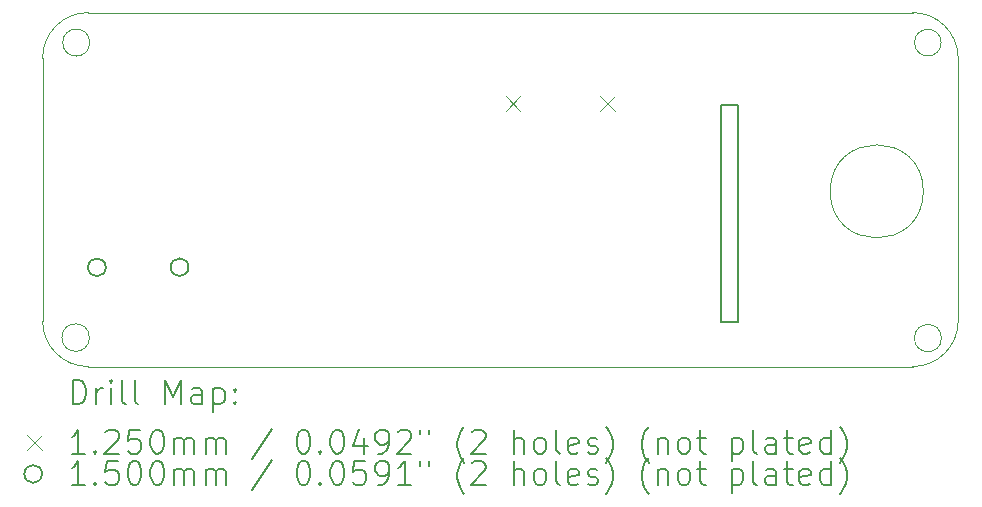
<source format=gbr>
%TF.GenerationSoftware,KiCad,Pcbnew,8.0.5-8.0.5-0~ubuntu22.04.1*%
%TF.CreationDate,2024-11-26T13:48:24+00:00*%
%TF.ProjectId,numcalcium,6e756d63-616c-4636-9975-6d2e6b696361,rev?*%
%TF.SameCoordinates,Original*%
%TF.FileFunction,Drillmap*%
%TF.FilePolarity,Positive*%
%FSLAX45Y45*%
G04 Gerber Fmt 4.5, Leading zero omitted, Abs format (unit mm)*
G04 Created by KiCad (PCBNEW 8.0.5-8.0.5-0~ubuntu22.04.1) date 2024-11-26 13:48:24*
%MOMM*%
%LPD*%
G01*
G04 APERTURE LIST*
%ADD10C,0.100000*%
%ADD11C,0.150000*%
%ADD12C,0.200000*%
%ADD13C,0.125000*%
G04 APERTURE END LIST*
D10*
X352045Y3149424D02*
G75*
G02*
X123214Y3149424I-114416J0D01*
G01*
X123214Y3149424D02*
G75*
G02*
X352045Y3149424I114416J0D01*
G01*
X348832Y651814D02*
G75*
G02*
X115950Y651814I-116441J0D01*
G01*
X115950Y651814D02*
G75*
G02*
X348832Y651814I116441J0D01*
G01*
X7704760Y792480D02*
G75*
G02*
X7318505Y406224I-386270J14D01*
G01*
X7318505Y3403424D02*
X338760Y3403424D01*
X338760Y406224D02*
G75*
G02*
X-47495Y792480I-1J386255D01*
G01*
D11*
X5699538Y2621280D02*
X5839238Y2621280D01*
X5839238Y787400D01*
X5699538Y787400D01*
X5699538Y2621280D01*
D10*
X7318505Y3403424D02*
G75*
G02*
X7704754Y3017169I5J-386244D01*
G01*
X7409528Y1889760D02*
G75*
G02*
X6621172Y1889760I-394178J0D01*
G01*
X6621172Y1889760D02*
G75*
G02*
X7409528Y1889760I394178J0D01*
G01*
X7704760Y3017169D02*
X7704760Y792480D01*
X7559805Y3149424D02*
G75*
G02*
X7335153Y3149424I-112326J0D01*
G01*
X7335153Y3149424D02*
G75*
G02*
X7559805Y3149424I112326J0D01*
G01*
X7318505Y406224D02*
X338760Y406224D01*
X-47495Y3017169D02*
G75*
G02*
X338760Y3403424I386255J0D01*
G01*
X-47495Y3017169D02*
X-47495Y792480D01*
X7562970Y647524D02*
G75*
G02*
X7333295Y647524I-114837J0D01*
G01*
X7333295Y647524D02*
G75*
G02*
X7562970Y647524I114837J0D01*
G01*
D12*
D13*
X3872900Y2699020D02*
X3997900Y2574020D01*
X3997900Y2699020D02*
X3872900Y2574020D01*
X4670900Y2699020D02*
X4795900Y2574020D01*
X4795900Y2699020D02*
X4670900Y2574020D01*
D11*
X487520Y1247020D02*
G75*
G02*
X337520Y1247020I-75000J0D01*
G01*
X337520Y1247020D02*
G75*
G02*
X487520Y1247020I75000J0D01*
G01*
X1187520Y1247020D02*
G75*
G02*
X1037520Y1247020I-75000J0D01*
G01*
X1037520Y1247020D02*
G75*
G02*
X1187520Y1247020I75000J0D01*
G01*
D12*
X208281Y89740D02*
X208281Y289740D01*
X208281Y289740D02*
X255900Y289740D01*
X255900Y289740D02*
X284472Y280217D01*
X284472Y280217D02*
X303520Y261169D01*
X303520Y261169D02*
X313043Y242121D01*
X313043Y242121D02*
X322567Y204026D01*
X322567Y204026D02*
X322567Y175455D01*
X322567Y175455D02*
X313043Y137360D01*
X313043Y137360D02*
X303520Y118312D01*
X303520Y118312D02*
X284472Y99264D01*
X284472Y99264D02*
X255900Y89740D01*
X255900Y89740D02*
X208281Y89740D01*
X408281Y89740D02*
X408281Y223074D01*
X408281Y184978D02*
X417805Y204026D01*
X417805Y204026D02*
X427329Y213550D01*
X427329Y213550D02*
X446377Y223074D01*
X446377Y223074D02*
X465424Y223074D01*
X532091Y89740D02*
X532091Y223074D01*
X532091Y289740D02*
X522567Y280217D01*
X522567Y280217D02*
X532091Y270693D01*
X532091Y270693D02*
X541615Y280217D01*
X541615Y280217D02*
X532091Y289740D01*
X532091Y289740D02*
X532091Y270693D01*
X655901Y89740D02*
X636853Y99264D01*
X636853Y99264D02*
X627329Y118312D01*
X627329Y118312D02*
X627329Y289740D01*
X760662Y89740D02*
X741615Y99264D01*
X741615Y99264D02*
X732091Y118312D01*
X732091Y118312D02*
X732091Y289740D01*
X989234Y89740D02*
X989234Y289740D01*
X989234Y289740D02*
X1055901Y146883D01*
X1055901Y146883D02*
X1122567Y289740D01*
X1122567Y289740D02*
X1122567Y89740D01*
X1303520Y89740D02*
X1303520Y194502D01*
X1303520Y194502D02*
X1293996Y213550D01*
X1293996Y213550D02*
X1274948Y223074D01*
X1274948Y223074D02*
X1236853Y223074D01*
X1236853Y223074D02*
X1217805Y213550D01*
X1303520Y99264D02*
X1284472Y89740D01*
X1284472Y89740D02*
X1236853Y89740D01*
X1236853Y89740D02*
X1217805Y99264D01*
X1217805Y99264D02*
X1208282Y118312D01*
X1208282Y118312D02*
X1208282Y137360D01*
X1208282Y137360D02*
X1217805Y156407D01*
X1217805Y156407D02*
X1236853Y165931D01*
X1236853Y165931D02*
X1284472Y165931D01*
X1284472Y165931D02*
X1303520Y175455D01*
X1398758Y223074D02*
X1398758Y23074D01*
X1398758Y213550D02*
X1417805Y223074D01*
X1417805Y223074D02*
X1455901Y223074D01*
X1455901Y223074D02*
X1474948Y213550D01*
X1474948Y213550D02*
X1484472Y204026D01*
X1484472Y204026D02*
X1493996Y184978D01*
X1493996Y184978D02*
X1493996Y127836D01*
X1493996Y127836D02*
X1484472Y108788D01*
X1484472Y108788D02*
X1474948Y99264D01*
X1474948Y99264D02*
X1455901Y89740D01*
X1455901Y89740D02*
X1417805Y89740D01*
X1417805Y89740D02*
X1398758Y99264D01*
X1579710Y108788D02*
X1589234Y99264D01*
X1589234Y99264D02*
X1579710Y89740D01*
X1579710Y89740D02*
X1570186Y99264D01*
X1570186Y99264D02*
X1579710Y108788D01*
X1579710Y108788D02*
X1579710Y89740D01*
X1579710Y213550D02*
X1589234Y204026D01*
X1589234Y204026D02*
X1579710Y194502D01*
X1579710Y194502D02*
X1570186Y204026D01*
X1570186Y204026D02*
X1579710Y213550D01*
X1579710Y213550D02*
X1579710Y194502D01*
D13*
X-177495Y-176276D02*
X-52495Y-301276D01*
X-52495Y-176276D02*
X-177495Y-301276D01*
D12*
X313043Y-330260D02*
X198758Y-330260D01*
X255900Y-330260D02*
X255900Y-130259D01*
X255900Y-130259D02*
X236853Y-158831D01*
X236853Y-158831D02*
X217805Y-177878D01*
X217805Y-177878D02*
X198758Y-187402D01*
X398758Y-311212D02*
X408281Y-320736D01*
X408281Y-320736D02*
X398758Y-330260D01*
X398758Y-330260D02*
X389234Y-320736D01*
X389234Y-320736D02*
X398758Y-311212D01*
X398758Y-311212D02*
X398758Y-330260D01*
X484472Y-149307D02*
X493996Y-139783D01*
X493996Y-139783D02*
X513043Y-130259D01*
X513043Y-130259D02*
X560663Y-130259D01*
X560663Y-130259D02*
X579710Y-139783D01*
X579710Y-139783D02*
X589234Y-149307D01*
X589234Y-149307D02*
X598758Y-168355D01*
X598758Y-168355D02*
X598758Y-187402D01*
X598758Y-187402D02*
X589234Y-215974D01*
X589234Y-215974D02*
X474948Y-330260D01*
X474948Y-330260D02*
X598758Y-330260D01*
X779710Y-130259D02*
X684472Y-130259D01*
X684472Y-130259D02*
X674948Y-225498D01*
X674948Y-225498D02*
X684472Y-215974D01*
X684472Y-215974D02*
X703520Y-206450D01*
X703520Y-206450D02*
X751139Y-206450D01*
X751139Y-206450D02*
X770186Y-215974D01*
X770186Y-215974D02*
X779710Y-225498D01*
X779710Y-225498D02*
X789234Y-244545D01*
X789234Y-244545D02*
X789234Y-292164D01*
X789234Y-292164D02*
X779710Y-311212D01*
X779710Y-311212D02*
X770186Y-320736D01*
X770186Y-320736D02*
X751139Y-330260D01*
X751139Y-330260D02*
X703520Y-330260D01*
X703520Y-330260D02*
X684472Y-320736D01*
X684472Y-320736D02*
X674948Y-311212D01*
X913043Y-130259D02*
X932091Y-130259D01*
X932091Y-130259D02*
X951139Y-139783D01*
X951139Y-139783D02*
X960662Y-149307D01*
X960662Y-149307D02*
X970186Y-168355D01*
X970186Y-168355D02*
X979710Y-206450D01*
X979710Y-206450D02*
X979710Y-254069D01*
X979710Y-254069D02*
X970186Y-292164D01*
X970186Y-292164D02*
X960662Y-311212D01*
X960662Y-311212D02*
X951139Y-320736D01*
X951139Y-320736D02*
X932091Y-330260D01*
X932091Y-330260D02*
X913043Y-330260D01*
X913043Y-330260D02*
X893996Y-320736D01*
X893996Y-320736D02*
X884472Y-311212D01*
X884472Y-311212D02*
X874948Y-292164D01*
X874948Y-292164D02*
X865424Y-254069D01*
X865424Y-254069D02*
X865424Y-206450D01*
X865424Y-206450D02*
X874948Y-168355D01*
X874948Y-168355D02*
X884472Y-149307D01*
X884472Y-149307D02*
X893996Y-139783D01*
X893996Y-139783D02*
X913043Y-130259D01*
X1065424Y-330260D02*
X1065424Y-196926D01*
X1065424Y-215974D02*
X1074948Y-206450D01*
X1074948Y-206450D02*
X1093996Y-196926D01*
X1093996Y-196926D02*
X1122567Y-196926D01*
X1122567Y-196926D02*
X1141615Y-206450D01*
X1141615Y-206450D02*
X1151139Y-225498D01*
X1151139Y-225498D02*
X1151139Y-330260D01*
X1151139Y-225498D02*
X1160663Y-206450D01*
X1160663Y-206450D02*
X1179710Y-196926D01*
X1179710Y-196926D02*
X1208282Y-196926D01*
X1208282Y-196926D02*
X1227329Y-206450D01*
X1227329Y-206450D02*
X1236853Y-225498D01*
X1236853Y-225498D02*
X1236853Y-330260D01*
X1332091Y-330260D02*
X1332091Y-196926D01*
X1332091Y-215974D02*
X1341615Y-206450D01*
X1341615Y-206450D02*
X1360663Y-196926D01*
X1360663Y-196926D02*
X1389234Y-196926D01*
X1389234Y-196926D02*
X1408282Y-206450D01*
X1408282Y-206450D02*
X1417805Y-225498D01*
X1417805Y-225498D02*
X1417805Y-330260D01*
X1417805Y-225498D02*
X1427329Y-206450D01*
X1427329Y-206450D02*
X1446377Y-196926D01*
X1446377Y-196926D02*
X1474948Y-196926D01*
X1474948Y-196926D02*
X1493996Y-206450D01*
X1493996Y-206450D02*
X1503520Y-225498D01*
X1503520Y-225498D02*
X1503520Y-330260D01*
X1893996Y-120736D02*
X1722567Y-377878D01*
X2151139Y-130259D02*
X2170187Y-130259D01*
X2170187Y-130259D02*
X2189234Y-139783D01*
X2189234Y-139783D02*
X2198758Y-149307D01*
X2198758Y-149307D02*
X2208282Y-168355D01*
X2208282Y-168355D02*
X2217806Y-206450D01*
X2217806Y-206450D02*
X2217806Y-254069D01*
X2217806Y-254069D02*
X2208282Y-292164D01*
X2208282Y-292164D02*
X2198758Y-311212D01*
X2198758Y-311212D02*
X2189234Y-320736D01*
X2189234Y-320736D02*
X2170187Y-330260D01*
X2170187Y-330260D02*
X2151139Y-330260D01*
X2151139Y-330260D02*
X2132091Y-320736D01*
X2132091Y-320736D02*
X2122567Y-311212D01*
X2122567Y-311212D02*
X2113044Y-292164D01*
X2113044Y-292164D02*
X2103520Y-254069D01*
X2103520Y-254069D02*
X2103520Y-206450D01*
X2103520Y-206450D02*
X2113044Y-168355D01*
X2113044Y-168355D02*
X2122567Y-149307D01*
X2122567Y-149307D02*
X2132091Y-139783D01*
X2132091Y-139783D02*
X2151139Y-130259D01*
X2303520Y-311212D02*
X2313044Y-320736D01*
X2313044Y-320736D02*
X2303520Y-330260D01*
X2303520Y-330260D02*
X2293996Y-320736D01*
X2293996Y-320736D02*
X2303520Y-311212D01*
X2303520Y-311212D02*
X2303520Y-330260D01*
X2436853Y-130259D02*
X2455901Y-130259D01*
X2455901Y-130259D02*
X2474948Y-139783D01*
X2474948Y-139783D02*
X2484472Y-149307D01*
X2484472Y-149307D02*
X2493996Y-168355D01*
X2493996Y-168355D02*
X2503520Y-206450D01*
X2503520Y-206450D02*
X2503520Y-254069D01*
X2503520Y-254069D02*
X2493996Y-292164D01*
X2493996Y-292164D02*
X2484472Y-311212D01*
X2484472Y-311212D02*
X2474948Y-320736D01*
X2474948Y-320736D02*
X2455901Y-330260D01*
X2455901Y-330260D02*
X2436853Y-330260D01*
X2436853Y-330260D02*
X2417806Y-320736D01*
X2417806Y-320736D02*
X2408282Y-311212D01*
X2408282Y-311212D02*
X2398758Y-292164D01*
X2398758Y-292164D02*
X2389234Y-254069D01*
X2389234Y-254069D02*
X2389234Y-206450D01*
X2389234Y-206450D02*
X2398758Y-168355D01*
X2398758Y-168355D02*
X2408282Y-149307D01*
X2408282Y-149307D02*
X2417806Y-139783D01*
X2417806Y-139783D02*
X2436853Y-130259D01*
X2674948Y-196926D02*
X2674948Y-330260D01*
X2627329Y-120736D02*
X2579710Y-263593D01*
X2579710Y-263593D02*
X2703520Y-263593D01*
X2789234Y-330260D02*
X2827329Y-330260D01*
X2827329Y-330260D02*
X2846377Y-320736D01*
X2846377Y-320736D02*
X2855901Y-311212D01*
X2855901Y-311212D02*
X2874948Y-282640D01*
X2874948Y-282640D02*
X2884472Y-244545D01*
X2884472Y-244545D02*
X2884472Y-168355D01*
X2884472Y-168355D02*
X2874948Y-149307D01*
X2874948Y-149307D02*
X2865425Y-139783D01*
X2865425Y-139783D02*
X2846377Y-130259D01*
X2846377Y-130259D02*
X2808282Y-130259D01*
X2808282Y-130259D02*
X2789234Y-139783D01*
X2789234Y-139783D02*
X2779710Y-149307D01*
X2779710Y-149307D02*
X2770187Y-168355D01*
X2770187Y-168355D02*
X2770187Y-215974D01*
X2770187Y-215974D02*
X2779710Y-235021D01*
X2779710Y-235021D02*
X2789234Y-244545D01*
X2789234Y-244545D02*
X2808282Y-254069D01*
X2808282Y-254069D02*
X2846377Y-254069D01*
X2846377Y-254069D02*
X2865425Y-244545D01*
X2865425Y-244545D02*
X2874948Y-235021D01*
X2874948Y-235021D02*
X2884472Y-215974D01*
X2960663Y-149307D02*
X2970186Y-139783D01*
X2970186Y-139783D02*
X2989234Y-130259D01*
X2989234Y-130259D02*
X3036853Y-130259D01*
X3036853Y-130259D02*
X3055901Y-139783D01*
X3055901Y-139783D02*
X3065425Y-149307D01*
X3065425Y-149307D02*
X3074948Y-168355D01*
X3074948Y-168355D02*
X3074948Y-187402D01*
X3074948Y-187402D02*
X3065425Y-215974D01*
X3065425Y-215974D02*
X2951139Y-330260D01*
X2951139Y-330260D02*
X3074948Y-330260D01*
X3151139Y-130259D02*
X3151139Y-168355D01*
X3227329Y-130259D02*
X3227329Y-168355D01*
X3522568Y-406450D02*
X3513044Y-396926D01*
X3513044Y-396926D02*
X3493996Y-368355D01*
X3493996Y-368355D02*
X3484472Y-349307D01*
X3484472Y-349307D02*
X3474948Y-320736D01*
X3474948Y-320736D02*
X3465425Y-273117D01*
X3465425Y-273117D02*
X3465425Y-235021D01*
X3465425Y-235021D02*
X3474948Y-187402D01*
X3474948Y-187402D02*
X3484472Y-158831D01*
X3484472Y-158831D02*
X3493996Y-139783D01*
X3493996Y-139783D02*
X3513044Y-111212D01*
X3513044Y-111212D02*
X3522568Y-101688D01*
X3589234Y-149307D02*
X3598758Y-139783D01*
X3598758Y-139783D02*
X3617806Y-130259D01*
X3617806Y-130259D02*
X3665425Y-130259D01*
X3665425Y-130259D02*
X3684472Y-139783D01*
X3684472Y-139783D02*
X3693996Y-149307D01*
X3693996Y-149307D02*
X3703520Y-168355D01*
X3703520Y-168355D02*
X3703520Y-187402D01*
X3703520Y-187402D02*
X3693996Y-215974D01*
X3693996Y-215974D02*
X3579710Y-330260D01*
X3579710Y-330260D02*
X3703520Y-330260D01*
X3941615Y-330260D02*
X3941615Y-130259D01*
X4027329Y-330260D02*
X4027329Y-225498D01*
X4027329Y-225498D02*
X4017806Y-206450D01*
X4017806Y-206450D02*
X3998758Y-196926D01*
X3998758Y-196926D02*
X3970187Y-196926D01*
X3970187Y-196926D02*
X3951139Y-206450D01*
X3951139Y-206450D02*
X3941615Y-215974D01*
X4151139Y-330260D02*
X4132091Y-320736D01*
X4132091Y-320736D02*
X4122568Y-311212D01*
X4122568Y-311212D02*
X4113044Y-292164D01*
X4113044Y-292164D02*
X4113044Y-235021D01*
X4113044Y-235021D02*
X4122568Y-215974D01*
X4122568Y-215974D02*
X4132091Y-206450D01*
X4132091Y-206450D02*
X4151139Y-196926D01*
X4151139Y-196926D02*
X4179710Y-196926D01*
X4179710Y-196926D02*
X4198758Y-206450D01*
X4198758Y-206450D02*
X4208282Y-215974D01*
X4208282Y-215974D02*
X4217806Y-235021D01*
X4217806Y-235021D02*
X4217806Y-292164D01*
X4217806Y-292164D02*
X4208282Y-311212D01*
X4208282Y-311212D02*
X4198758Y-320736D01*
X4198758Y-320736D02*
X4179710Y-330260D01*
X4179710Y-330260D02*
X4151139Y-330260D01*
X4332091Y-330260D02*
X4313044Y-320736D01*
X4313044Y-320736D02*
X4303520Y-301688D01*
X4303520Y-301688D02*
X4303520Y-130259D01*
X4484472Y-320736D02*
X4465425Y-330260D01*
X4465425Y-330260D02*
X4427330Y-330260D01*
X4427330Y-330260D02*
X4408282Y-320736D01*
X4408282Y-320736D02*
X4398758Y-301688D01*
X4398758Y-301688D02*
X4398758Y-225498D01*
X4398758Y-225498D02*
X4408282Y-206450D01*
X4408282Y-206450D02*
X4427330Y-196926D01*
X4427330Y-196926D02*
X4465425Y-196926D01*
X4465425Y-196926D02*
X4484472Y-206450D01*
X4484472Y-206450D02*
X4493996Y-225498D01*
X4493996Y-225498D02*
X4493996Y-244545D01*
X4493996Y-244545D02*
X4398758Y-263593D01*
X4570187Y-320736D02*
X4589234Y-330260D01*
X4589234Y-330260D02*
X4627330Y-330260D01*
X4627330Y-330260D02*
X4646377Y-320736D01*
X4646377Y-320736D02*
X4655901Y-301688D01*
X4655901Y-301688D02*
X4655901Y-292164D01*
X4655901Y-292164D02*
X4646377Y-273117D01*
X4646377Y-273117D02*
X4627330Y-263593D01*
X4627330Y-263593D02*
X4598758Y-263593D01*
X4598758Y-263593D02*
X4579711Y-254069D01*
X4579711Y-254069D02*
X4570187Y-235021D01*
X4570187Y-235021D02*
X4570187Y-225498D01*
X4570187Y-225498D02*
X4579711Y-206450D01*
X4579711Y-206450D02*
X4598758Y-196926D01*
X4598758Y-196926D02*
X4627330Y-196926D01*
X4627330Y-196926D02*
X4646377Y-206450D01*
X4722568Y-406450D02*
X4732092Y-396926D01*
X4732092Y-396926D02*
X4751139Y-368355D01*
X4751139Y-368355D02*
X4760663Y-349307D01*
X4760663Y-349307D02*
X4770187Y-320736D01*
X4770187Y-320736D02*
X4779711Y-273117D01*
X4779711Y-273117D02*
X4779711Y-235021D01*
X4779711Y-235021D02*
X4770187Y-187402D01*
X4770187Y-187402D02*
X4760663Y-158831D01*
X4760663Y-158831D02*
X4751139Y-139783D01*
X4751139Y-139783D02*
X4732092Y-111212D01*
X4732092Y-111212D02*
X4722568Y-101688D01*
X5084473Y-406450D02*
X5074949Y-396926D01*
X5074949Y-396926D02*
X5055901Y-368355D01*
X5055901Y-368355D02*
X5046377Y-349307D01*
X5046377Y-349307D02*
X5036853Y-320736D01*
X5036853Y-320736D02*
X5027330Y-273117D01*
X5027330Y-273117D02*
X5027330Y-235021D01*
X5027330Y-235021D02*
X5036853Y-187402D01*
X5036853Y-187402D02*
X5046377Y-158831D01*
X5046377Y-158831D02*
X5055901Y-139783D01*
X5055901Y-139783D02*
X5074949Y-111212D01*
X5074949Y-111212D02*
X5084473Y-101688D01*
X5160663Y-196926D02*
X5160663Y-330260D01*
X5160663Y-215974D02*
X5170187Y-206450D01*
X5170187Y-206450D02*
X5189234Y-196926D01*
X5189234Y-196926D02*
X5217806Y-196926D01*
X5217806Y-196926D02*
X5236853Y-206450D01*
X5236853Y-206450D02*
X5246377Y-225498D01*
X5246377Y-225498D02*
X5246377Y-330260D01*
X5370187Y-330260D02*
X5351139Y-320736D01*
X5351139Y-320736D02*
X5341615Y-311212D01*
X5341615Y-311212D02*
X5332092Y-292164D01*
X5332092Y-292164D02*
X5332092Y-235021D01*
X5332092Y-235021D02*
X5341615Y-215974D01*
X5341615Y-215974D02*
X5351139Y-206450D01*
X5351139Y-206450D02*
X5370187Y-196926D01*
X5370187Y-196926D02*
X5398758Y-196926D01*
X5398758Y-196926D02*
X5417806Y-206450D01*
X5417806Y-206450D02*
X5427330Y-215974D01*
X5427330Y-215974D02*
X5436853Y-235021D01*
X5436853Y-235021D02*
X5436853Y-292164D01*
X5436853Y-292164D02*
X5427330Y-311212D01*
X5427330Y-311212D02*
X5417806Y-320736D01*
X5417806Y-320736D02*
X5398758Y-330260D01*
X5398758Y-330260D02*
X5370187Y-330260D01*
X5493996Y-196926D02*
X5570187Y-196926D01*
X5522568Y-130259D02*
X5522568Y-301688D01*
X5522568Y-301688D02*
X5532092Y-320736D01*
X5532092Y-320736D02*
X5551139Y-330260D01*
X5551139Y-330260D02*
X5570187Y-330260D01*
X5789234Y-196926D02*
X5789234Y-396926D01*
X5789234Y-206450D02*
X5808282Y-196926D01*
X5808282Y-196926D02*
X5846377Y-196926D01*
X5846377Y-196926D02*
X5865425Y-206450D01*
X5865425Y-206450D02*
X5874949Y-215974D01*
X5874949Y-215974D02*
X5884472Y-235021D01*
X5884472Y-235021D02*
X5884472Y-292164D01*
X5884472Y-292164D02*
X5874949Y-311212D01*
X5874949Y-311212D02*
X5865425Y-320736D01*
X5865425Y-320736D02*
X5846377Y-330260D01*
X5846377Y-330260D02*
X5808282Y-330260D01*
X5808282Y-330260D02*
X5789234Y-320736D01*
X5998758Y-330260D02*
X5979711Y-320736D01*
X5979711Y-320736D02*
X5970187Y-301688D01*
X5970187Y-301688D02*
X5970187Y-130259D01*
X6160663Y-330260D02*
X6160663Y-225498D01*
X6160663Y-225498D02*
X6151139Y-206450D01*
X6151139Y-206450D02*
X6132092Y-196926D01*
X6132092Y-196926D02*
X6093996Y-196926D01*
X6093996Y-196926D02*
X6074949Y-206450D01*
X6160663Y-320736D02*
X6141615Y-330260D01*
X6141615Y-330260D02*
X6093996Y-330260D01*
X6093996Y-330260D02*
X6074949Y-320736D01*
X6074949Y-320736D02*
X6065425Y-301688D01*
X6065425Y-301688D02*
X6065425Y-282640D01*
X6065425Y-282640D02*
X6074949Y-263593D01*
X6074949Y-263593D02*
X6093996Y-254069D01*
X6093996Y-254069D02*
X6141615Y-254069D01*
X6141615Y-254069D02*
X6160663Y-244545D01*
X6227330Y-196926D02*
X6303520Y-196926D01*
X6255901Y-130259D02*
X6255901Y-301688D01*
X6255901Y-301688D02*
X6265425Y-320736D01*
X6265425Y-320736D02*
X6284472Y-330260D01*
X6284472Y-330260D02*
X6303520Y-330260D01*
X6446377Y-320736D02*
X6427330Y-330260D01*
X6427330Y-330260D02*
X6389234Y-330260D01*
X6389234Y-330260D02*
X6370187Y-320736D01*
X6370187Y-320736D02*
X6360663Y-301688D01*
X6360663Y-301688D02*
X6360663Y-225498D01*
X6360663Y-225498D02*
X6370187Y-206450D01*
X6370187Y-206450D02*
X6389234Y-196926D01*
X6389234Y-196926D02*
X6427330Y-196926D01*
X6427330Y-196926D02*
X6446377Y-206450D01*
X6446377Y-206450D02*
X6455901Y-225498D01*
X6455901Y-225498D02*
X6455901Y-244545D01*
X6455901Y-244545D02*
X6360663Y-263593D01*
X6627330Y-330260D02*
X6627330Y-130259D01*
X6627330Y-320736D02*
X6608282Y-330260D01*
X6608282Y-330260D02*
X6570187Y-330260D01*
X6570187Y-330260D02*
X6551139Y-320736D01*
X6551139Y-320736D02*
X6541615Y-311212D01*
X6541615Y-311212D02*
X6532092Y-292164D01*
X6532092Y-292164D02*
X6532092Y-235021D01*
X6532092Y-235021D02*
X6541615Y-215974D01*
X6541615Y-215974D02*
X6551139Y-206450D01*
X6551139Y-206450D02*
X6570187Y-196926D01*
X6570187Y-196926D02*
X6608282Y-196926D01*
X6608282Y-196926D02*
X6627330Y-206450D01*
X6703520Y-406450D02*
X6713044Y-396926D01*
X6713044Y-396926D02*
X6732092Y-368355D01*
X6732092Y-368355D02*
X6741615Y-349307D01*
X6741615Y-349307D02*
X6751139Y-320736D01*
X6751139Y-320736D02*
X6760663Y-273117D01*
X6760663Y-273117D02*
X6760663Y-235021D01*
X6760663Y-235021D02*
X6751139Y-187402D01*
X6751139Y-187402D02*
X6741615Y-158831D01*
X6741615Y-158831D02*
X6732092Y-139783D01*
X6732092Y-139783D02*
X6713044Y-111212D01*
X6713044Y-111212D02*
X6703520Y-101688D01*
D11*
X-52495Y-502776D02*
G75*
G02*
X-202495Y-502776I-75000J0D01*
G01*
X-202495Y-502776D02*
G75*
G02*
X-52495Y-502776I75000J0D01*
G01*
D12*
X313043Y-594260D02*
X198758Y-594260D01*
X255900Y-594260D02*
X255900Y-394259D01*
X255900Y-394259D02*
X236853Y-422831D01*
X236853Y-422831D02*
X217805Y-441878D01*
X217805Y-441878D02*
X198758Y-451402D01*
X398758Y-575212D02*
X408281Y-584736D01*
X408281Y-584736D02*
X398758Y-594260D01*
X398758Y-594260D02*
X389234Y-584736D01*
X389234Y-584736D02*
X398758Y-575212D01*
X398758Y-575212D02*
X398758Y-594260D01*
X589234Y-394259D02*
X493996Y-394259D01*
X493996Y-394259D02*
X484472Y-489498D01*
X484472Y-489498D02*
X493996Y-479974D01*
X493996Y-479974D02*
X513043Y-470450D01*
X513043Y-470450D02*
X560663Y-470450D01*
X560663Y-470450D02*
X579710Y-479974D01*
X579710Y-479974D02*
X589234Y-489498D01*
X589234Y-489498D02*
X598758Y-508545D01*
X598758Y-508545D02*
X598758Y-556164D01*
X598758Y-556164D02*
X589234Y-575212D01*
X589234Y-575212D02*
X579710Y-584736D01*
X579710Y-584736D02*
X560663Y-594260D01*
X560663Y-594260D02*
X513043Y-594260D01*
X513043Y-594260D02*
X493996Y-584736D01*
X493996Y-584736D02*
X484472Y-575212D01*
X722567Y-394259D02*
X741615Y-394259D01*
X741615Y-394259D02*
X760662Y-403783D01*
X760662Y-403783D02*
X770186Y-413307D01*
X770186Y-413307D02*
X779710Y-432355D01*
X779710Y-432355D02*
X789234Y-470450D01*
X789234Y-470450D02*
X789234Y-518069D01*
X789234Y-518069D02*
X779710Y-556164D01*
X779710Y-556164D02*
X770186Y-575212D01*
X770186Y-575212D02*
X760662Y-584736D01*
X760662Y-584736D02*
X741615Y-594260D01*
X741615Y-594260D02*
X722567Y-594260D01*
X722567Y-594260D02*
X703520Y-584736D01*
X703520Y-584736D02*
X693996Y-575212D01*
X693996Y-575212D02*
X684472Y-556164D01*
X684472Y-556164D02*
X674948Y-518069D01*
X674948Y-518069D02*
X674948Y-470450D01*
X674948Y-470450D02*
X684472Y-432355D01*
X684472Y-432355D02*
X693996Y-413307D01*
X693996Y-413307D02*
X703520Y-403783D01*
X703520Y-403783D02*
X722567Y-394259D01*
X913043Y-394259D02*
X932091Y-394259D01*
X932091Y-394259D02*
X951139Y-403783D01*
X951139Y-403783D02*
X960662Y-413307D01*
X960662Y-413307D02*
X970186Y-432355D01*
X970186Y-432355D02*
X979710Y-470450D01*
X979710Y-470450D02*
X979710Y-518069D01*
X979710Y-518069D02*
X970186Y-556164D01*
X970186Y-556164D02*
X960662Y-575212D01*
X960662Y-575212D02*
X951139Y-584736D01*
X951139Y-584736D02*
X932091Y-594260D01*
X932091Y-594260D02*
X913043Y-594260D01*
X913043Y-594260D02*
X893996Y-584736D01*
X893996Y-584736D02*
X884472Y-575212D01*
X884472Y-575212D02*
X874948Y-556164D01*
X874948Y-556164D02*
X865424Y-518069D01*
X865424Y-518069D02*
X865424Y-470450D01*
X865424Y-470450D02*
X874948Y-432355D01*
X874948Y-432355D02*
X884472Y-413307D01*
X884472Y-413307D02*
X893996Y-403783D01*
X893996Y-403783D02*
X913043Y-394259D01*
X1065424Y-594260D02*
X1065424Y-460926D01*
X1065424Y-479974D02*
X1074948Y-470450D01*
X1074948Y-470450D02*
X1093996Y-460926D01*
X1093996Y-460926D02*
X1122567Y-460926D01*
X1122567Y-460926D02*
X1141615Y-470450D01*
X1141615Y-470450D02*
X1151139Y-489498D01*
X1151139Y-489498D02*
X1151139Y-594260D01*
X1151139Y-489498D02*
X1160663Y-470450D01*
X1160663Y-470450D02*
X1179710Y-460926D01*
X1179710Y-460926D02*
X1208282Y-460926D01*
X1208282Y-460926D02*
X1227329Y-470450D01*
X1227329Y-470450D02*
X1236853Y-489498D01*
X1236853Y-489498D02*
X1236853Y-594260D01*
X1332091Y-594260D02*
X1332091Y-460926D01*
X1332091Y-479974D02*
X1341615Y-470450D01*
X1341615Y-470450D02*
X1360663Y-460926D01*
X1360663Y-460926D02*
X1389234Y-460926D01*
X1389234Y-460926D02*
X1408282Y-470450D01*
X1408282Y-470450D02*
X1417805Y-489498D01*
X1417805Y-489498D02*
X1417805Y-594260D01*
X1417805Y-489498D02*
X1427329Y-470450D01*
X1427329Y-470450D02*
X1446377Y-460926D01*
X1446377Y-460926D02*
X1474948Y-460926D01*
X1474948Y-460926D02*
X1493996Y-470450D01*
X1493996Y-470450D02*
X1503520Y-489498D01*
X1503520Y-489498D02*
X1503520Y-594260D01*
X1893996Y-384736D02*
X1722567Y-641879D01*
X2151139Y-394259D02*
X2170187Y-394259D01*
X2170187Y-394259D02*
X2189234Y-403783D01*
X2189234Y-403783D02*
X2198758Y-413307D01*
X2198758Y-413307D02*
X2208282Y-432355D01*
X2208282Y-432355D02*
X2217806Y-470450D01*
X2217806Y-470450D02*
X2217806Y-518069D01*
X2217806Y-518069D02*
X2208282Y-556164D01*
X2208282Y-556164D02*
X2198758Y-575212D01*
X2198758Y-575212D02*
X2189234Y-584736D01*
X2189234Y-584736D02*
X2170187Y-594260D01*
X2170187Y-594260D02*
X2151139Y-594260D01*
X2151139Y-594260D02*
X2132091Y-584736D01*
X2132091Y-584736D02*
X2122567Y-575212D01*
X2122567Y-575212D02*
X2113044Y-556164D01*
X2113044Y-556164D02*
X2103520Y-518069D01*
X2103520Y-518069D02*
X2103520Y-470450D01*
X2103520Y-470450D02*
X2113044Y-432355D01*
X2113044Y-432355D02*
X2122567Y-413307D01*
X2122567Y-413307D02*
X2132091Y-403783D01*
X2132091Y-403783D02*
X2151139Y-394259D01*
X2303520Y-575212D02*
X2313044Y-584736D01*
X2313044Y-584736D02*
X2303520Y-594260D01*
X2303520Y-594260D02*
X2293996Y-584736D01*
X2293996Y-584736D02*
X2303520Y-575212D01*
X2303520Y-575212D02*
X2303520Y-594260D01*
X2436853Y-394259D02*
X2455901Y-394259D01*
X2455901Y-394259D02*
X2474948Y-403783D01*
X2474948Y-403783D02*
X2484472Y-413307D01*
X2484472Y-413307D02*
X2493996Y-432355D01*
X2493996Y-432355D02*
X2503520Y-470450D01*
X2503520Y-470450D02*
X2503520Y-518069D01*
X2503520Y-518069D02*
X2493996Y-556164D01*
X2493996Y-556164D02*
X2484472Y-575212D01*
X2484472Y-575212D02*
X2474948Y-584736D01*
X2474948Y-584736D02*
X2455901Y-594260D01*
X2455901Y-594260D02*
X2436853Y-594260D01*
X2436853Y-594260D02*
X2417806Y-584736D01*
X2417806Y-584736D02*
X2408282Y-575212D01*
X2408282Y-575212D02*
X2398758Y-556164D01*
X2398758Y-556164D02*
X2389234Y-518069D01*
X2389234Y-518069D02*
X2389234Y-470450D01*
X2389234Y-470450D02*
X2398758Y-432355D01*
X2398758Y-432355D02*
X2408282Y-413307D01*
X2408282Y-413307D02*
X2417806Y-403783D01*
X2417806Y-403783D02*
X2436853Y-394259D01*
X2684472Y-394259D02*
X2589234Y-394259D01*
X2589234Y-394259D02*
X2579710Y-489498D01*
X2579710Y-489498D02*
X2589234Y-479974D01*
X2589234Y-479974D02*
X2608282Y-470450D01*
X2608282Y-470450D02*
X2655901Y-470450D01*
X2655901Y-470450D02*
X2674948Y-479974D01*
X2674948Y-479974D02*
X2684472Y-489498D01*
X2684472Y-489498D02*
X2693996Y-508545D01*
X2693996Y-508545D02*
X2693996Y-556164D01*
X2693996Y-556164D02*
X2684472Y-575212D01*
X2684472Y-575212D02*
X2674948Y-584736D01*
X2674948Y-584736D02*
X2655901Y-594260D01*
X2655901Y-594260D02*
X2608282Y-594260D01*
X2608282Y-594260D02*
X2589234Y-584736D01*
X2589234Y-584736D02*
X2579710Y-575212D01*
X2789234Y-594260D02*
X2827329Y-594260D01*
X2827329Y-594260D02*
X2846377Y-584736D01*
X2846377Y-584736D02*
X2855901Y-575212D01*
X2855901Y-575212D02*
X2874948Y-546640D01*
X2874948Y-546640D02*
X2884472Y-508545D01*
X2884472Y-508545D02*
X2884472Y-432355D01*
X2884472Y-432355D02*
X2874948Y-413307D01*
X2874948Y-413307D02*
X2865425Y-403783D01*
X2865425Y-403783D02*
X2846377Y-394259D01*
X2846377Y-394259D02*
X2808282Y-394259D01*
X2808282Y-394259D02*
X2789234Y-403783D01*
X2789234Y-403783D02*
X2779710Y-413307D01*
X2779710Y-413307D02*
X2770187Y-432355D01*
X2770187Y-432355D02*
X2770187Y-479974D01*
X2770187Y-479974D02*
X2779710Y-499021D01*
X2779710Y-499021D02*
X2789234Y-508545D01*
X2789234Y-508545D02*
X2808282Y-518069D01*
X2808282Y-518069D02*
X2846377Y-518069D01*
X2846377Y-518069D02*
X2865425Y-508545D01*
X2865425Y-508545D02*
X2874948Y-499021D01*
X2874948Y-499021D02*
X2884472Y-479974D01*
X3074948Y-594260D02*
X2960663Y-594260D01*
X3017805Y-594260D02*
X3017805Y-394259D01*
X3017805Y-394259D02*
X2998758Y-422831D01*
X2998758Y-422831D02*
X2979710Y-441878D01*
X2979710Y-441878D02*
X2960663Y-451402D01*
X3151139Y-394259D02*
X3151139Y-432355D01*
X3227329Y-394259D02*
X3227329Y-432355D01*
X3522568Y-670450D02*
X3513044Y-660926D01*
X3513044Y-660926D02*
X3493996Y-632355D01*
X3493996Y-632355D02*
X3484472Y-613307D01*
X3484472Y-613307D02*
X3474948Y-584736D01*
X3474948Y-584736D02*
X3465425Y-537117D01*
X3465425Y-537117D02*
X3465425Y-499021D01*
X3465425Y-499021D02*
X3474948Y-451402D01*
X3474948Y-451402D02*
X3484472Y-422831D01*
X3484472Y-422831D02*
X3493996Y-403783D01*
X3493996Y-403783D02*
X3513044Y-375212D01*
X3513044Y-375212D02*
X3522568Y-365688D01*
X3589234Y-413307D02*
X3598758Y-403783D01*
X3598758Y-403783D02*
X3617806Y-394259D01*
X3617806Y-394259D02*
X3665425Y-394259D01*
X3665425Y-394259D02*
X3684472Y-403783D01*
X3684472Y-403783D02*
X3693996Y-413307D01*
X3693996Y-413307D02*
X3703520Y-432355D01*
X3703520Y-432355D02*
X3703520Y-451402D01*
X3703520Y-451402D02*
X3693996Y-479974D01*
X3693996Y-479974D02*
X3579710Y-594260D01*
X3579710Y-594260D02*
X3703520Y-594260D01*
X3941615Y-594260D02*
X3941615Y-394259D01*
X4027329Y-594260D02*
X4027329Y-489498D01*
X4027329Y-489498D02*
X4017806Y-470450D01*
X4017806Y-470450D02*
X3998758Y-460926D01*
X3998758Y-460926D02*
X3970187Y-460926D01*
X3970187Y-460926D02*
X3951139Y-470450D01*
X3951139Y-470450D02*
X3941615Y-479974D01*
X4151139Y-594260D02*
X4132091Y-584736D01*
X4132091Y-584736D02*
X4122568Y-575212D01*
X4122568Y-575212D02*
X4113044Y-556164D01*
X4113044Y-556164D02*
X4113044Y-499021D01*
X4113044Y-499021D02*
X4122568Y-479974D01*
X4122568Y-479974D02*
X4132091Y-470450D01*
X4132091Y-470450D02*
X4151139Y-460926D01*
X4151139Y-460926D02*
X4179710Y-460926D01*
X4179710Y-460926D02*
X4198758Y-470450D01*
X4198758Y-470450D02*
X4208282Y-479974D01*
X4208282Y-479974D02*
X4217806Y-499021D01*
X4217806Y-499021D02*
X4217806Y-556164D01*
X4217806Y-556164D02*
X4208282Y-575212D01*
X4208282Y-575212D02*
X4198758Y-584736D01*
X4198758Y-584736D02*
X4179710Y-594260D01*
X4179710Y-594260D02*
X4151139Y-594260D01*
X4332091Y-594260D02*
X4313044Y-584736D01*
X4313044Y-584736D02*
X4303520Y-565688D01*
X4303520Y-565688D02*
X4303520Y-394259D01*
X4484472Y-584736D02*
X4465425Y-594260D01*
X4465425Y-594260D02*
X4427330Y-594260D01*
X4427330Y-594260D02*
X4408282Y-584736D01*
X4408282Y-584736D02*
X4398758Y-565688D01*
X4398758Y-565688D02*
X4398758Y-489498D01*
X4398758Y-489498D02*
X4408282Y-470450D01*
X4408282Y-470450D02*
X4427330Y-460926D01*
X4427330Y-460926D02*
X4465425Y-460926D01*
X4465425Y-460926D02*
X4484472Y-470450D01*
X4484472Y-470450D02*
X4493996Y-489498D01*
X4493996Y-489498D02*
X4493996Y-508545D01*
X4493996Y-508545D02*
X4398758Y-527593D01*
X4570187Y-584736D02*
X4589234Y-594260D01*
X4589234Y-594260D02*
X4627330Y-594260D01*
X4627330Y-594260D02*
X4646377Y-584736D01*
X4646377Y-584736D02*
X4655901Y-565688D01*
X4655901Y-565688D02*
X4655901Y-556164D01*
X4655901Y-556164D02*
X4646377Y-537117D01*
X4646377Y-537117D02*
X4627330Y-527593D01*
X4627330Y-527593D02*
X4598758Y-527593D01*
X4598758Y-527593D02*
X4579711Y-518069D01*
X4579711Y-518069D02*
X4570187Y-499021D01*
X4570187Y-499021D02*
X4570187Y-489498D01*
X4570187Y-489498D02*
X4579711Y-470450D01*
X4579711Y-470450D02*
X4598758Y-460926D01*
X4598758Y-460926D02*
X4627330Y-460926D01*
X4627330Y-460926D02*
X4646377Y-470450D01*
X4722568Y-670450D02*
X4732092Y-660926D01*
X4732092Y-660926D02*
X4751139Y-632355D01*
X4751139Y-632355D02*
X4760663Y-613307D01*
X4760663Y-613307D02*
X4770187Y-584736D01*
X4770187Y-584736D02*
X4779711Y-537117D01*
X4779711Y-537117D02*
X4779711Y-499021D01*
X4779711Y-499021D02*
X4770187Y-451402D01*
X4770187Y-451402D02*
X4760663Y-422831D01*
X4760663Y-422831D02*
X4751139Y-403783D01*
X4751139Y-403783D02*
X4732092Y-375212D01*
X4732092Y-375212D02*
X4722568Y-365688D01*
X5084473Y-670450D02*
X5074949Y-660926D01*
X5074949Y-660926D02*
X5055901Y-632355D01*
X5055901Y-632355D02*
X5046377Y-613307D01*
X5046377Y-613307D02*
X5036853Y-584736D01*
X5036853Y-584736D02*
X5027330Y-537117D01*
X5027330Y-537117D02*
X5027330Y-499021D01*
X5027330Y-499021D02*
X5036853Y-451402D01*
X5036853Y-451402D02*
X5046377Y-422831D01*
X5046377Y-422831D02*
X5055901Y-403783D01*
X5055901Y-403783D02*
X5074949Y-375212D01*
X5074949Y-375212D02*
X5084473Y-365688D01*
X5160663Y-460926D02*
X5160663Y-594260D01*
X5160663Y-479974D02*
X5170187Y-470450D01*
X5170187Y-470450D02*
X5189234Y-460926D01*
X5189234Y-460926D02*
X5217806Y-460926D01*
X5217806Y-460926D02*
X5236853Y-470450D01*
X5236853Y-470450D02*
X5246377Y-489498D01*
X5246377Y-489498D02*
X5246377Y-594260D01*
X5370187Y-594260D02*
X5351139Y-584736D01*
X5351139Y-584736D02*
X5341615Y-575212D01*
X5341615Y-575212D02*
X5332092Y-556164D01*
X5332092Y-556164D02*
X5332092Y-499021D01*
X5332092Y-499021D02*
X5341615Y-479974D01*
X5341615Y-479974D02*
X5351139Y-470450D01*
X5351139Y-470450D02*
X5370187Y-460926D01*
X5370187Y-460926D02*
X5398758Y-460926D01*
X5398758Y-460926D02*
X5417806Y-470450D01*
X5417806Y-470450D02*
X5427330Y-479974D01*
X5427330Y-479974D02*
X5436853Y-499021D01*
X5436853Y-499021D02*
X5436853Y-556164D01*
X5436853Y-556164D02*
X5427330Y-575212D01*
X5427330Y-575212D02*
X5417806Y-584736D01*
X5417806Y-584736D02*
X5398758Y-594260D01*
X5398758Y-594260D02*
X5370187Y-594260D01*
X5493996Y-460926D02*
X5570187Y-460926D01*
X5522568Y-394259D02*
X5522568Y-565688D01*
X5522568Y-565688D02*
X5532092Y-584736D01*
X5532092Y-584736D02*
X5551139Y-594260D01*
X5551139Y-594260D02*
X5570187Y-594260D01*
X5789234Y-460926D02*
X5789234Y-660926D01*
X5789234Y-470450D02*
X5808282Y-460926D01*
X5808282Y-460926D02*
X5846377Y-460926D01*
X5846377Y-460926D02*
X5865425Y-470450D01*
X5865425Y-470450D02*
X5874949Y-479974D01*
X5874949Y-479974D02*
X5884472Y-499021D01*
X5884472Y-499021D02*
X5884472Y-556164D01*
X5884472Y-556164D02*
X5874949Y-575212D01*
X5874949Y-575212D02*
X5865425Y-584736D01*
X5865425Y-584736D02*
X5846377Y-594260D01*
X5846377Y-594260D02*
X5808282Y-594260D01*
X5808282Y-594260D02*
X5789234Y-584736D01*
X5998758Y-594260D02*
X5979711Y-584736D01*
X5979711Y-584736D02*
X5970187Y-565688D01*
X5970187Y-565688D02*
X5970187Y-394259D01*
X6160663Y-594260D02*
X6160663Y-489498D01*
X6160663Y-489498D02*
X6151139Y-470450D01*
X6151139Y-470450D02*
X6132092Y-460926D01*
X6132092Y-460926D02*
X6093996Y-460926D01*
X6093996Y-460926D02*
X6074949Y-470450D01*
X6160663Y-584736D02*
X6141615Y-594260D01*
X6141615Y-594260D02*
X6093996Y-594260D01*
X6093996Y-594260D02*
X6074949Y-584736D01*
X6074949Y-584736D02*
X6065425Y-565688D01*
X6065425Y-565688D02*
X6065425Y-546640D01*
X6065425Y-546640D02*
X6074949Y-527593D01*
X6074949Y-527593D02*
X6093996Y-518069D01*
X6093996Y-518069D02*
X6141615Y-518069D01*
X6141615Y-518069D02*
X6160663Y-508545D01*
X6227330Y-460926D02*
X6303520Y-460926D01*
X6255901Y-394259D02*
X6255901Y-565688D01*
X6255901Y-565688D02*
X6265425Y-584736D01*
X6265425Y-584736D02*
X6284472Y-594260D01*
X6284472Y-594260D02*
X6303520Y-594260D01*
X6446377Y-584736D02*
X6427330Y-594260D01*
X6427330Y-594260D02*
X6389234Y-594260D01*
X6389234Y-594260D02*
X6370187Y-584736D01*
X6370187Y-584736D02*
X6360663Y-565688D01*
X6360663Y-565688D02*
X6360663Y-489498D01*
X6360663Y-489498D02*
X6370187Y-470450D01*
X6370187Y-470450D02*
X6389234Y-460926D01*
X6389234Y-460926D02*
X6427330Y-460926D01*
X6427330Y-460926D02*
X6446377Y-470450D01*
X6446377Y-470450D02*
X6455901Y-489498D01*
X6455901Y-489498D02*
X6455901Y-508545D01*
X6455901Y-508545D02*
X6360663Y-527593D01*
X6627330Y-594260D02*
X6627330Y-394259D01*
X6627330Y-584736D02*
X6608282Y-594260D01*
X6608282Y-594260D02*
X6570187Y-594260D01*
X6570187Y-594260D02*
X6551139Y-584736D01*
X6551139Y-584736D02*
X6541615Y-575212D01*
X6541615Y-575212D02*
X6532092Y-556164D01*
X6532092Y-556164D02*
X6532092Y-499021D01*
X6532092Y-499021D02*
X6541615Y-479974D01*
X6541615Y-479974D02*
X6551139Y-470450D01*
X6551139Y-470450D02*
X6570187Y-460926D01*
X6570187Y-460926D02*
X6608282Y-460926D01*
X6608282Y-460926D02*
X6627330Y-470450D01*
X6703520Y-670450D02*
X6713044Y-660926D01*
X6713044Y-660926D02*
X6732092Y-632355D01*
X6732092Y-632355D02*
X6741615Y-613307D01*
X6741615Y-613307D02*
X6751139Y-584736D01*
X6751139Y-584736D02*
X6760663Y-537117D01*
X6760663Y-537117D02*
X6760663Y-499021D01*
X6760663Y-499021D02*
X6751139Y-451402D01*
X6751139Y-451402D02*
X6741615Y-422831D01*
X6741615Y-422831D02*
X6732092Y-403783D01*
X6732092Y-403783D02*
X6713044Y-375212D01*
X6713044Y-375212D02*
X6703520Y-365688D01*
M02*

</source>
